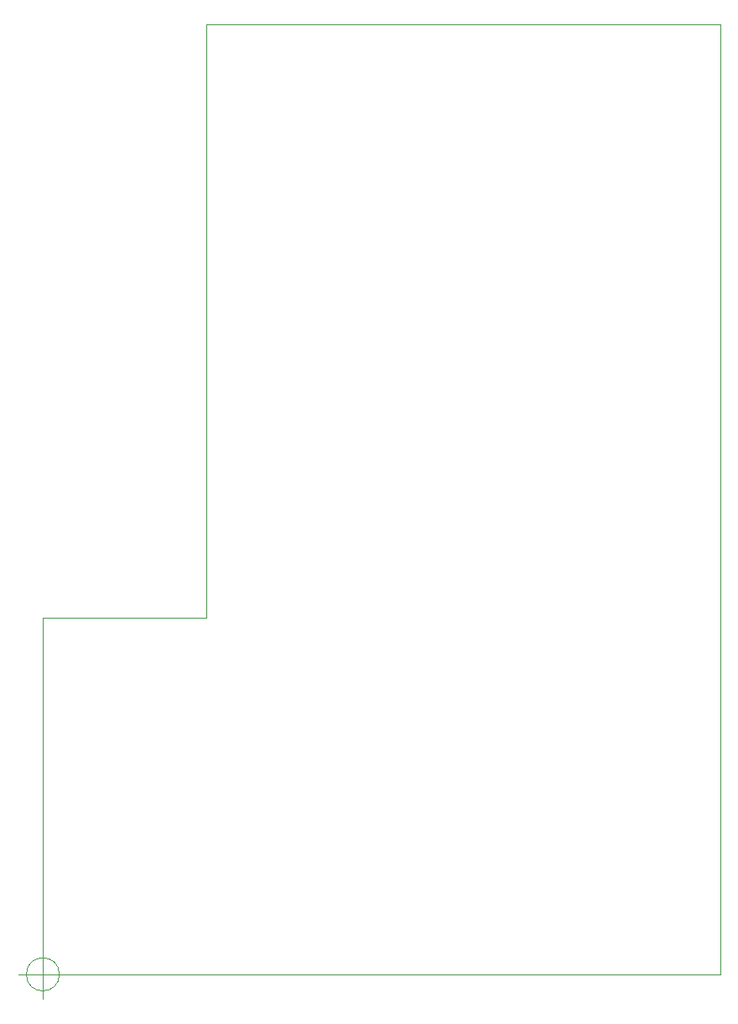
<source format=gbr>
G04 #@! TF.GenerationSoftware,KiCad,Pcbnew,5.99.0-unknown-14cba9723f~116~ubuntu18.04.1*
G04 #@! TF.CreationDate,2021-02-18T14:39:48+01:00*
G04 #@! TF.ProjectId,Uni_stick,556e695f-7374-4696-936b-2e6b69636164,rev?*
G04 #@! TF.SameCoordinates,Original*
G04 #@! TF.FileFunction,Profile,NP*
%FSLAX46Y46*%
G04 Gerber Fmt 4.6, Leading zero omitted, Abs format (unit mm)*
G04 Created by KiCad (PCBNEW 5.99.0-unknown-14cba9723f~116~ubuntu18.04.1) date 2021-02-18 14:39:48*
%MOMM*%
%LPD*%
G01*
G04 APERTURE LIST*
G04 #@! TA.AperFunction,Profile*
%ADD10C,0.100000*%
G04 #@! TD*
G04 APERTURE END LIST*
D10*
X79166666Y-131000000D02*
G75*
G03*
X79166666Y-131000000I-1666666J0D01*
G01*
X75000000Y-131000000D02*
X80000000Y-131000000D01*
X77500000Y-128500000D02*
X77500000Y-133500000D01*
X145900000Y-131000000D02*
X77500000Y-131000000D01*
X94000000Y-35200000D02*
X145900000Y-35200000D01*
X77500000Y-95000000D02*
X94000000Y-95000000D01*
X94000000Y-95000000D02*
X94000000Y-35200000D01*
X77500000Y-131000000D02*
X77500000Y-95000000D01*
X145900000Y-35200000D02*
X145900000Y-131000000D01*
M02*

</source>
